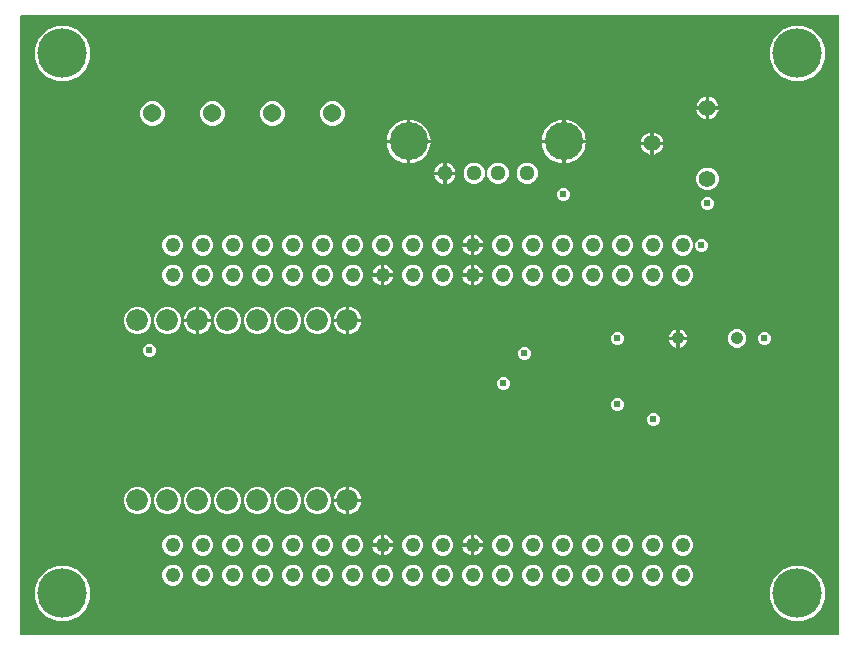
<source format=gbr>
G04 EAGLE Gerber RS-274X export*
G75*
%MOMM*%
%FSLAX34Y34*%
%LPD*%
%INCopper Layer 2*%
%IPPOS*%
%AMOC8*
5,1,8,0,0,1.08239X$1,22.5*%
G01*
%ADD10C,1.540000*%
%ADD11C,1.288000*%
%ADD12C,3.220000*%
%ADD13C,1.400000*%
%ADD14C,1.848000*%
%ADD15C,1.244600*%
%ADD16C,1.054800*%
%ADD17C,4.191000*%
%ADD18C,0.609600*%

G36*
X695018Y2544D02*
X695018Y2544D01*
X695037Y2542D01*
X695139Y2564D01*
X695241Y2580D01*
X695258Y2590D01*
X695278Y2594D01*
X695367Y2647D01*
X695458Y2696D01*
X695472Y2710D01*
X695489Y2720D01*
X695556Y2799D01*
X695628Y2874D01*
X695636Y2892D01*
X695649Y2907D01*
X695688Y3003D01*
X695731Y3097D01*
X695733Y3117D01*
X695741Y3135D01*
X695759Y3302D01*
X695759Y526798D01*
X695756Y526818D01*
X695758Y526837D01*
X695736Y526939D01*
X695720Y527041D01*
X695710Y527058D01*
X695706Y527078D01*
X695653Y527167D01*
X695604Y527258D01*
X695590Y527272D01*
X695580Y527289D01*
X695501Y527356D01*
X695426Y527428D01*
X695408Y527436D01*
X695393Y527449D01*
X695297Y527488D01*
X695203Y527531D01*
X695183Y527533D01*
X695165Y527541D01*
X694998Y527559D01*
X3302Y527559D01*
X3282Y527556D01*
X3263Y527558D01*
X3161Y527536D01*
X3059Y527520D01*
X3042Y527510D01*
X3022Y527506D01*
X2933Y527453D01*
X2842Y527404D01*
X2828Y527390D01*
X2811Y527380D01*
X2744Y527301D01*
X2672Y527226D01*
X2664Y527208D01*
X2651Y527193D01*
X2612Y527097D01*
X2569Y527003D01*
X2567Y526983D01*
X2559Y526965D01*
X2541Y526798D01*
X2541Y3302D01*
X2544Y3282D01*
X2542Y3263D01*
X2564Y3161D01*
X2580Y3059D01*
X2590Y3042D01*
X2594Y3022D01*
X2647Y2933D01*
X2696Y2842D01*
X2710Y2828D01*
X2720Y2811D01*
X2799Y2744D01*
X2874Y2672D01*
X2892Y2664D01*
X2907Y2651D01*
X3003Y2612D01*
X3097Y2569D01*
X3117Y2567D01*
X3135Y2559D01*
X3302Y2541D01*
X694998Y2541D01*
X695018Y2544D01*
G37*
%LPC*%
G36*
X655726Y471804D02*
X655726Y471804D01*
X647091Y475381D01*
X640481Y481991D01*
X636904Y490626D01*
X636904Y499974D01*
X640481Y508609D01*
X647091Y515219D01*
X655726Y518796D01*
X665074Y518796D01*
X673709Y515219D01*
X680319Y508609D01*
X683896Y499974D01*
X683896Y490626D01*
X680319Y481991D01*
X673709Y475381D01*
X665074Y471804D01*
X655726Y471804D01*
G37*
%LPD*%
%LPC*%
G36*
X33426Y471804D02*
X33426Y471804D01*
X24791Y475381D01*
X18181Y481991D01*
X14604Y490626D01*
X14604Y499974D01*
X18181Y508609D01*
X24791Y515219D01*
X33426Y518796D01*
X42774Y518796D01*
X51409Y515219D01*
X58019Y508609D01*
X61596Y499974D01*
X61596Y490626D01*
X58019Y481991D01*
X51409Y475381D01*
X42774Y471804D01*
X33426Y471804D01*
G37*
%LPD*%
%LPC*%
G36*
X655726Y14604D02*
X655726Y14604D01*
X647091Y18181D01*
X640481Y24791D01*
X636904Y33426D01*
X636904Y42774D01*
X640481Y51409D01*
X647091Y58019D01*
X655726Y61596D01*
X665074Y61596D01*
X673709Y58019D01*
X680319Y51409D01*
X683896Y42774D01*
X683896Y33426D01*
X680319Y24791D01*
X673709Y18181D01*
X665074Y14604D01*
X655726Y14604D01*
G37*
%LPD*%
%LPC*%
G36*
X33426Y14604D02*
X33426Y14604D01*
X24791Y18181D01*
X18181Y24791D01*
X14604Y33426D01*
X14604Y42774D01*
X18181Y51409D01*
X24791Y58019D01*
X33426Y61596D01*
X42774Y61596D01*
X51409Y58019D01*
X58019Y51409D01*
X61596Y42774D01*
X61596Y33426D01*
X58019Y24791D01*
X51409Y18181D01*
X42774Y14604D01*
X33426Y14604D01*
G37*
%LPD*%
%LPC*%
G36*
X226257Y257459D02*
X226257Y257459D01*
X221927Y259253D01*
X218613Y262567D01*
X216819Y266897D01*
X216819Y271583D01*
X218613Y275913D01*
X221927Y279227D01*
X226257Y281021D01*
X230943Y281021D01*
X235273Y279227D01*
X238587Y275913D01*
X240381Y271583D01*
X240381Y266897D01*
X238587Y262567D01*
X235273Y259253D01*
X230943Y257459D01*
X226257Y257459D01*
G37*
%LPD*%
%LPC*%
G36*
X175457Y257459D02*
X175457Y257459D01*
X171127Y259253D01*
X167813Y262567D01*
X166019Y266897D01*
X166019Y271583D01*
X167813Y275913D01*
X171127Y279227D01*
X175457Y281021D01*
X180143Y281021D01*
X184473Y279227D01*
X187787Y275913D01*
X189581Y271583D01*
X189581Y266897D01*
X187787Y262567D01*
X184473Y259253D01*
X180143Y257459D01*
X175457Y257459D01*
G37*
%LPD*%
%LPC*%
G36*
X99257Y105059D02*
X99257Y105059D01*
X94927Y106853D01*
X91613Y110167D01*
X89819Y114497D01*
X89819Y119183D01*
X91613Y123513D01*
X94927Y126827D01*
X99257Y128621D01*
X103943Y128621D01*
X108273Y126827D01*
X111587Y123513D01*
X113381Y119183D01*
X113381Y114497D01*
X111587Y110167D01*
X108273Y106853D01*
X103943Y105059D01*
X99257Y105059D01*
G37*
%LPD*%
%LPC*%
G36*
X124657Y105059D02*
X124657Y105059D01*
X120327Y106853D01*
X117013Y110167D01*
X115219Y114497D01*
X115219Y119183D01*
X117013Y123513D01*
X120327Y126827D01*
X124657Y128621D01*
X129343Y128621D01*
X133673Y126827D01*
X136987Y123513D01*
X138781Y119183D01*
X138781Y114497D01*
X136987Y110167D01*
X133673Y106853D01*
X129343Y105059D01*
X124657Y105059D01*
G37*
%LPD*%
%LPC*%
G36*
X150057Y105059D02*
X150057Y105059D01*
X145727Y106853D01*
X142413Y110167D01*
X140619Y114497D01*
X140619Y119183D01*
X142413Y123513D01*
X145727Y126827D01*
X150057Y128621D01*
X154743Y128621D01*
X159073Y126827D01*
X162387Y123513D01*
X164181Y119183D01*
X164181Y114497D01*
X162387Y110167D01*
X159073Y106853D01*
X154743Y105059D01*
X150057Y105059D01*
G37*
%LPD*%
%LPC*%
G36*
X175457Y105059D02*
X175457Y105059D01*
X171127Y106853D01*
X167813Y110167D01*
X166019Y114497D01*
X166019Y119183D01*
X167813Y123513D01*
X171127Y126827D01*
X175457Y128621D01*
X180143Y128621D01*
X184473Y126827D01*
X187787Y123513D01*
X189581Y119183D01*
X189581Y114497D01*
X187787Y110167D01*
X184473Y106853D01*
X180143Y105059D01*
X175457Y105059D01*
G37*
%LPD*%
%LPC*%
G36*
X200857Y105059D02*
X200857Y105059D01*
X196527Y106853D01*
X193213Y110167D01*
X191419Y114497D01*
X191419Y119183D01*
X193213Y123513D01*
X196527Y126827D01*
X200857Y128621D01*
X205543Y128621D01*
X209873Y126827D01*
X213187Y123513D01*
X214981Y119183D01*
X214981Y114497D01*
X213187Y110167D01*
X209873Y106853D01*
X205543Y105059D01*
X200857Y105059D01*
G37*
%LPD*%
%LPC*%
G36*
X226257Y105059D02*
X226257Y105059D01*
X221927Y106853D01*
X218613Y110167D01*
X216819Y114497D01*
X216819Y119183D01*
X218613Y123513D01*
X221927Y126827D01*
X226257Y128621D01*
X230943Y128621D01*
X235273Y126827D01*
X238587Y123513D01*
X240381Y119183D01*
X240381Y114497D01*
X238587Y110167D01*
X235273Y106853D01*
X230943Y105059D01*
X226257Y105059D01*
G37*
%LPD*%
%LPC*%
G36*
X251657Y105059D02*
X251657Y105059D01*
X247327Y106853D01*
X244013Y110167D01*
X242219Y114497D01*
X242219Y119183D01*
X244013Y123513D01*
X247327Y126827D01*
X251657Y128621D01*
X256343Y128621D01*
X260673Y126827D01*
X263987Y123513D01*
X265781Y119183D01*
X265781Y114497D01*
X263987Y110167D01*
X260673Y106853D01*
X256343Y105059D01*
X251657Y105059D01*
G37*
%LPD*%
%LPC*%
G36*
X99257Y257459D02*
X99257Y257459D01*
X94927Y259253D01*
X91613Y262567D01*
X89819Y266897D01*
X89819Y271583D01*
X91613Y275913D01*
X94927Y279227D01*
X99257Y281021D01*
X103943Y281021D01*
X108273Y279227D01*
X111587Y275913D01*
X113381Y271583D01*
X113381Y266897D01*
X111587Y262567D01*
X108273Y259253D01*
X103943Y257459D01*
X99257Y257459D01*
G37*
%LPD*%
%LPC*%
G36*
X124657Y257459D02*
X124657Y257459D01*
X120327Y259253D01*
X117013Y262567D01*
X115219Y266897D01*
X115219Y271583D01*
X117013Y275913D01*
X120327Y279227D01*
X124657Y281021D01*
X129343Y281021D01*
X133673Y279227D01*
X136987Y275913D01*
X138781Y271583D01*
X138781Y266897D01*
X136987Y262567D01*
X133673Y259253D01*
X129343Y257459D01*
X124657Y257459D01*
G37*
%LPD*%
%LPC*%
G36*
X251657Y257459D02*
X251657Y257459D01*
X247327Y259253D01*
X244013Y262567D01*
X242219Y266897D01*
X242219Y271583D01*
X244013Y275913D01*
X247327Y279227D01*
X251657Y281021D01*
X256343Y281021D01*
X260673Y279227D01*
X263987Y275913D01*
X265781Y271583D01*
X265781Y266897D01*
X263987Y262567D01*
X260673Y259253D01*
X256343Y257459D01*
X251657Y257459D01*
G37*
%LPD*%
%LPC*%
G36*
X200857Y257459D02*
X200857Y257459D01*
X196527Y259253D01*
X193213Y262567D01*
X191419Y266897D01*
X191419Y271583D01*
X193213Y275913D01*
X196527Y279227D01*
X200857Y281021D01*
X205543Y281021D01*
X209873Y279227D01*
X213187Y275913D01*
X214981Y271583D01*
X214981Y266897D01*
X213187Y262567D01*
X209873Y259253D01*
X205543Y257459D01*
X200857Y257459D01*
G37*
%LPD*%
%LPC*%
G36*
X213863Y434259D02*
X213863Y434259D01*
X210099Y435818D01*
X207218Y438699D01*
X205659Y442463D01*
X205659Y446537D01*
X207218Y450301D01*
X210099Y453182D01*
X213863Y454741D01*
X217937Y454741D01*
X221701Y453182D01*
X224582Y450301D01*
X226141Y446537D01*
X226141Y442463D01*
X224582Y438699D01*
X221701Y435818D01*
X217937Y434259D01*
X213863Y434259D01*
G37*
%LPD*%
%LPC*%
G36*
X112263Y434259D02*
X112263Y434259D01*
X108499Y435818D01*
X105618Y438699D01*
X104059Y442463D01*
X104059Y446537D01*
X105618Y450301D01*
X108499Y453182D01*
X112263Y454741D01*
X116337Y454741D01*
X120101Y453182D01*
X122982Y450301D01*
X124541Y446537D01*
X124541Y442463D01*
X122982Y438699D01*
X120101Y435818D01*
X116337Y434259D01*
X112263Y434259D01*
G37*
%LPD*%
%LPC*%
G36*
X163063Y434259D02*
X163063Y434259D01*
X159299Y435818D01*
X156418Y438699D01*
X154859Y442463D01*
X154859Y446537D01*
X156418Y450301D01*
X159299Y453182D01*
X163063Y454741D01*
X167137Y454741D01*
X170901Y453182D01*
X173782Y450301D01*
X175341Y446537D01*
X175341Y442463D01*
X173782Y438699D01*
X170901Y435818D01*
X167137Y434259D01*
X163063Y434259D01*
G37*
%LPD*%
%LPC*%
G36*
X264663Y434259D02*
X264663Y434259D01*
X260899Y435818D01*
X258018Y438699D01*
X256459Y442463D01*
X256459Y446537D01*
X258018Y450301D01*
X260899Y453182D01*
X264663Y454741D01*
X268737Y454741D01*
X272501Y453182D01*
X275382Y450301D01*
X276941Y446537D01*
X276941Y442463D01*
X275382Y438699D01*
X272501Y435818D01*
X268737Y434259D01*
X264663Y434259D01*
G37*
%LPD*%
%LPC*%
G36*
X582302Y379559D02*
X582302Y379559D01*
X578796Y381012D01*
X576112Y383696D01*
X574659Y387202D01*
X574659Y390998D01*
X576112Y394504D01*
X578796Y397188D01*
X582302Y398641D01*
X586098Y398641D01*
X589604Y397188D01*
X592288Y394504D01*
X593741Y390998D01*
X593741Y387202D01*
X592288Y383696D01*
X589604Y381012D01*
X586098Y379559D01*
X582302Y379559D01*
G37*
%LPD*%
%LPC*%
G36*
X385014Y384719D02*
X385014Y384719D01*
X381713Y386087D01*
X379187Y388613D01*
X377819Y391914D01*
X377819Y395486D01*
X379187Y398787D01*
X381713Y401313D01*
X385014Y402681D01*
X388586Y402681D01*
X391887Y401313D01*
X394413Y398787D01*
X395781Y395486D01*
X395781Y391914D01*
X394413Y388613D01*
X391887Y386087D01*
X388586Y384719D01*
X385014Y384719D01*
G37*
%LPD*%
%LPC*%
G36*
X405014Y384719D02*
X405014Y384719D01*
X401713Y386087D01*
X399187Y388613D01*
X397819Y391914D01*
X397819Y395486D01*
X399187Y398787D01*
X401713Y401313D01*
X405014Y402681D01*
X408586Y402681D01*
X411887Y401313D01*
X414413Y398787D01*
X415781Y395486D01*
X415781Y391914D01*
X414413Y388613D01*
X411887Y386087D01*
X408586Y384719D01*
X405014Y384719D01*
G37*
%LPD*%
%LPC*%
G36*
X430014Y384719D02*
X430014Y384719D01*
X426713Y386087D01*
X424187Y388613D01*
X422819Y391914D01*
X422819Y395486D01*
X424187Y398787D01*
X426713Y401313D01*
X430014Y402681D01*
X433586Y402681D01*
X436887Y401313D01*
X439413Y398787D01*
X440781Y395486D01*
X440781Y391914D01*
X439413Y388613D01*
X436887Y386087D01*
X433586Y384719D01*
X430014Y384719D01*
G37*
%LPD*%
%LPC*%
G36*
X256657Y44836D02*
X256657Y44836D01*
X253436Y46170D01*
X250970Y48636D01*
X249636Y51857D01*
X249636Y55343D01*
X250970Y58564D01*
X253436Y61030D01*
X256657Y62364D01*
X260143Y62364D01*
X263364Y61030D01*
X265830Y58564D01*
X267164Y55343D01*
X267164Y51857D01*
X265830Y48636D01*
X263364Y46170D01*
X260143Y44836D01*
X256657Y44836D01*
G37*
%LPD*%
%LPC*%
G36*
X231257Y44836D02*
X231257Y44836D01*
X228036Y46170D01*
X225570Y48636D01*
X224236Y51857D01*
X224236Y55343D01*
X225570Y58564D01*
X228036Y61030D01*
X231257Y62364D01*
X234743Y62364D01*
X237964Y61030D01*
X240430Y58564D01*
X241764Y55343D01*
X241764Y51857D01*
X240430Y48636D01*
X237964Y46170D01*
X234743Y44836D01*
X231257Y44836D01*
G37*
%LPD*%
%LPC*%
G36*
X205857Y44836D02*
X205857Y44836D01*
X202636Y46170D01*
X200170Y48636D01*
X198836Y51857D01*
X198836Y55343D01*
X200170Y58564D01*
X202636Y61030D01*
X205857Y62364D01*
X209343Y62364D01*
X212564Y61030D01*
X215030Y58564D01*
X216364Y55343D01*
X216364Y51857D01*
X215030Y48636D01*
X212564Y46170D01*
X209343Y44836D01*
X205857Y44836D01*
G37*
%LPD*%
%LPC*%
G36*
X180457Y44836D02*
X180457Y44836D01*
X177236Y46170D01*
X174770Y48636D01*
X173436Y51857D01*
X173436Y55343D01*
X174770Y58564D01*
X177236Y61030D01*
X180457Y62364D01*
X183943Y62364D01*
X187164Y61030D01*
X189630Y58564D01*
X190964Y55343D01*
X190964Y51857D01*
X189630Y48636D01*
X187164Y46170D01*
X183943Y44836D01*
X180457Y44836D01*
G37*
%LPD*%
%LPC*%
G36*
X282057Y44836D02*
X282057Y44836D01*
X278836Y46170D01*
X276370Y48636D01*
X275036Y51857D01*
X275036Y55343D01*
X276370Y58564D01*
X278836Y61030D01*
X282057Y62364D01*
X285543Y62364D01*
X288764Y61030D01*
X291230Y58564D01*
X292564Y55343D01*
X292564Y51857D01*
X291230Y48636D01*
X288764Y46170D01*
X285543Y44836D01*
X282057Y44836D01*
G37*
%LPD*%
%LPC*%
G36*
X307457Y44836D02*
X307457Y44836D01*
X304236Y46170D01*
X301770Y48636D01*
X300436Y51857D01*
X300436Y55343D01*
X301770Y58564D01*
X304236Y61030D01*
X307457Y62364D01*
X310943Y62364D01*
X314164Y61030D01*
X316630Y58564D01*
X317964Y55343D01*
X317964Y51857D01*
X316630Y48636D01*
X314164Y46170D01*
X310943Y44836D01*
X307457Y44836D01*
G37*
%LPD*%
%LPC*%
G36*
X561457Y70236D02*
X561457Y70236D01*
X558236Y71570D01*
X555770Y74036D01*
X554436Y77257D01*
X554436Y80743D01*
X555770Y83964D01*
X558236Y86430D01*
X561457Y87764D01*
X564943Y87764D01*
X568164Y86430D01*
X570630Y83964D01*
X571964Y80743D01*
X571964Y77257D01*
X570630Y74036D01*
X568164Y71570D01*
X564943Y70236D01*
X561457Y70236D01*
G37*
%LPD*%
%LPC*%
G36*
X332857Y44836D02*
X332857Y44836D01*
X329636Y46170D01*
X327170Y48636D01*
X325836Y51857D01*
X325836Y55343D01*
X327170Y58564D01*
X329636Y61030D01*
X332857Y62364D01*
X336343Y62364D01*
X339564Y61030D01*
X342030Y58564D01*
X343364Y55343D01*
X343364Y51857D01*
X342030Y48636D01*
X339564Y46170D01*
X336343Y44836D01*
X332857Y44836D01*
G37*
%LPD*%
%LPC*%
G36*
X358257Y44836D02*
X358257Y44836D01*
X355036Y46170D01*
X352570Y48636D01*
X351236Y51857D01*
X351236Y55343D01*
X352570Y58564D01*
X355036Y61030D01*
X358257Y62364D01*
X361743Y62364D01*
X364964Y61030D01*
X367430Y58564D01*
X368764Y55343D01*
X368764Y51857D01*
X367430Y48636D01*
X364964Y46170D01*
X361743Y44836D01*
X358257Y44836D01*
G37*
%LPD*%
%LPC*%
G36*
X383657Y44836D02*
X383657Y44836D01*
X380436Y46170D01*
X377970Y48636D01*
X376636Y51857D01*
X376636Y55343D01*
X377970Y58564D01*
X380436Y61030D01*
X383657Y62364D01*
X387143Y62364D01*
X390364Y61030D01*
X392830Y58564D01*
X394164Y55343D01*
X394164Y51857D01*
X392830Y48636D01*
X390364Y46170D01*
X387143Y44836D01*
X383657Y44836D01*
G37*
%LPD*%
%LPC*%
G36*
X536057Y70236D02*
X536057Y70236D01*
X532836Y71570D01*
X530370Y74036D01*
X529036Y77257D01*
X529036Y80743D01*
X530370Y83964D01*
X532836Y86430D01*
X536057Y87764D01*
X539543Y87764D01*
X542764Y86430D01*
X545230Y83964D01*
X546564Y80743D01*
X546564Y77257D01*
X545230Y74036D01*
X542764Y71570D01*
X539543Y70236D01*
X536057Y70236D01*
G37*
%LPD*%
%LPC*%
G36*
X510657Y70236D02*
X510657Y70236D01*
X507436Y71570D01*
X504970Y74036D01*
X503636Y77257D01*
X503636Y80743D01*
X504970Y83964D01*
X507436Y86430D01*
X510657Y87764D01*
X514143Y87764D01*
X517364Y86430D01*
X519830Y83964D01*
X521164Y80743D01*
X521164Y77257D01*
X519830Y74036D01*
X517364Y71570D01*
X514143Y70236D01*
X510657Y70236D01*
G37*
%LPD*%
%LPC*%
G36*
X536057Y324236D02*
X536057Y324236D01*
X532836Y325570D01*
X530370Y328036D01*
X529036Y331257D01*
X529036Y334743D01*
X530370Y337964D01*
X532836Y340430D01*
X536057Y341764D01*
X539543Y341764D01*
X542764Y340430D01*
X545230Y337964D01*
X546564Y334743D01*
X546564Y331257D01*
X545230Y328036D01*
X542764Y325570D01*
X539543Y324236D01*
X536057Y324236D01*
G37*
%LPD*%
%LPC*%
G36*
X510657Y324236D02*
X510657Y324236D01*
X507436Y325570D01*
X504970Y328036D01*
X503636Y331257D01*
X503636Y334743D01*
X504970Y337964D01*
X507436Y340430D01*
X510657Y341764D01*
X514143Y341764D01*
X517364Y340430D01*
X519830Y337964D01*
X521164Y334743D01*
X521164Y331257D01*
X519830Y328036D01*
X517364Y325570D01*
X514143Y324236D01*
X510657Y324236D01*
G37*
%LPD*%
%LPC*%
G36*
X561457Y324236D02*
X561457Y324236D01*
X558236Y325570D01*
X555770Y328036D01*
X554436Y331257D01*
X554436Y334743D01*
X555770Y337964D01*
X558236Y340430D01*
X561457Y341764D01*
X564943Y341764D01*
X568164Y340430D01*
X570630Y337964D01*
X571964Y334743D01*
X571964Y331257D01*
X570630Y328036D01*
X568164Y325570D01*
X564943Y324236D01*
X561457Y324236D01*
G37*
%LPD*%
%LPC*%
G36*
X485257Y324236D02*
X485257Y324236D01*
X482036Y325570D01*
X479570Y328036D01*
X478236Y331257D01*
X478236Y334743D01*
X479570Y337964D01*
X482036Y340430D01*
X485257Y341764D01*
X488743Y341764D01*
X491964Y340430D01*
X494430Y337964D01*
X495764Y334743D01*
X495764Y331257D01*
X494430Y328036D01*
X491964Y325570D01*
X488743Y324236D01*
X485257Y324236D01*
G37*
%LPD*%
%LPC*%
G36*
X459857Y324236D02*
X459857Y324236D01*
X456636Y325570D01*
X454170Y328036D01*
X452836Y331257D01*
X452836Y334743D01*
X454170Y337964D01*
X456636Y340430D01*
X459857Y341764D01*
X463343Y341764D01*
X466564Y340430D01*
X469030Y337964D01*
X470364Y334743D01*
X470364Y331257D01*
X469030Y328036D01*
X466564Y325570D01*
X463343Y324236D01*
X459857Y324236D01*
G37*
%LPD*%
%LPC*%
G36*
X434457Y324236D02*
X434457Y324236D01*
X431236Y325570D01*
X428770Y328036D01*
X427436Y331257D01*
X427436Y334743D01*
X428770Y337964D01*
X431236Y340430D01*
X434457Y341764D01*
X437943Y341764D01*
X441164Y340430D01*
X443630Y337964D01*
X444964Y334743D01*
X444964Y331257D01*
X443630Y328036D01*
X441164Y325570D01*
X437943Y324236D01*
X434457Y324236D01*
G37*
%LPD*%
%LPC*%
G36*
X409057Y324236D02*
X409057Y324236D01*
X405836Y325570D01*
X403370Y328036D01*
X402036Y331257D01*
X402036Y334743D01*
X403370Y337964D01*
X405836Y340430D01*
X409057Y341764D01*
X412543Y341764D01*
X415764Y340430D01*
X418230Y337964D01*
X419564Y334743D01*
X419564Y331257D01*
X418230Y328036D01*
X415764Y325570D01*
X412543Y324236D01*
X409057Y324236D01*
G37*
%LPD*%
%LPC*%
G36*
X358257Y324236D02*
X358257Y324236D01*
X355036Y325570D01*
X352570Y328036D01*
X351236Y331257D01*
X351236Y334743D01*
X352570Y337964D01*
X355036Y340430D01*
X358257Y341764D01*
X361743Y341764D01*
X364964Y340430D01*
X367430Y337964D01*
X368764Y334743D01*
X368764Y331257D01*
X367430Y328036D01*
X364964Y325570D01*
X361743Y324236D01*
X358257Y324236D01*
G37*
%LPD*%
%LPC*%
G36*
X332857Y324236D02*
X332857Y324236D01*
X329636Y325570D01*
X327170Y328036D01*
X325836Y331257D01*
X325836Y334743D01*
X327170Y337964D01*
X329636Y340430D01*
X332857Y341764D01*
X336343Y341764D01*
X339564Y340430D01*
X342030Y337964D01*
X343364Y334743D01*
X343364Y331257D01*
X342030Y328036D01*
X339564Y325570D01*
X336343Y324236D01*
X332857Y324236D01*
G37*
%LPD*%
%LPC*%
G36*
X307457Y324236D02*
X307457Y324236D01*
X304236Y325570D01*
X301770Y328036D01*
X300436Y331257D01*
X300436Y334743D01*
X301770Y337964D01*
X304236Y340430D01*
X307457Y341764D01*
X310943Y341764D01*
X314164Y340430D01*
X316630Y337964D01*
X317964Y334743D01*
X317964Y331257D01*
X316630Y328036D01*
X314164Y325570D01*
X310943Y324236D01*
X307457Y324236D01*
G37*
%LPD*%
%LPC*%
G36*
X282057Y324236D02*
X282057Y324236D01*
X278836Y325570D01*
X276370Y328036D01*
X275036Y331257D01*
X275036Y334743D01*
X276370Y337964D01*
X278836Y340430D01*
X282057Y341764D01*
X285543Y341764D01*
X288764Y340430D01*
X291230Y337964D01*
X292564Y334743D01*
X292564Y331257D01*
X291230Y328036D01*
X288764Y325570D01*
X285543Y324236D01*
X282057Y324236D01*
G37*
%LPD*%
%LPC*%
G36*
X256657Y324236D02*
X256657Y324236D01*
X253436Y325570D01*
X250970Y328036D01*
X249636Y331257D01*
X249636Y334743D01*
X250970Y337964D01*
X253436Y340430D01*
X256657Y341764D01*
X260143Y341764D01*
X263364Y340430D01*
X265830Y337964D01*
X267164Y334743D01*
X267164Y331257D01*
X265830Y328036D01*
X263364Y325570D01*
X260143Y324236D01*
X256657Y324236D01*
G37*
%LPD*%
%LPC*%
G36*
X231257Y324236D02*
X231257Y324236D01*
X228036Y325570D01*
X225570Y328036D01*
X224236Y331257D01*
X224236Y334743D01*
X225570Y337964D01*
X228036Y340430D01*
X231257Y341764D01*
X234743Y341764D01*
X237964Y340430D01*
X240430Y337964D01*
X241764Y334743D01*
X241764Y331257D01*
X240430Y328036D01*
X237964Y325570D01*
X234743Y324236D01*
X231257Y324236D01*
G37*
%LPD*%
%LPC*%
G36*
X205857Y324236D02*
X205857Y324236D01*
X202636Y325570D01*
X200170Y328036D01*
X198836Y331257D01*
X198836Y334743D01*
X200170Y337964D01*
X202636Y340430D01*
X205857Y341764D01*
X209343Y341764D01*
X212564Y340430D01*
X215030Y337964D01*
X216364Y334743D01*
X216364Y331257D01*
X215030Y328036D01*
X212564Y325570D01*
X209343Y324236D01*
X205857Y324236D01*
G37*
%LPD*%
%LPC*%
G36*
X180457Y324236D02*
X180457Y324236D01*
X177236Y325570D01*
X174770Y328036D01*
X173436Y331257D01*
X173436Y334743D01*
X174770Y337964D01*
X177236Y340430D01*
X180457Y341764D01*
X183943Y341764D01*
X187164Y340430D01*
X189630Y337964D01*
X190964Y334743D01*
X190964Y331257D01*
X189630Y328036D01*
X187164Y325570D01*
X183943Y324236D01*
X180457Y324236D01*
G37*
%LPD*%
%LPC*%
G36*
X155057Y324236D02*
X155057Y324236D01*
X151836Y325570D01*
X149370Y328036D01*
X148036Y331257D01*
X148036Y334743D01*
X149370Y337964D01*
X151836Y340430D01*
X155057Y341764D01*
X158543Y341764D01*
X161764Y340430D01*
X164230Y337964D01*
X165564Y334743D01*
X165564Y331257D01*
X164230Y328036D01*
X161764Y325570D01*
X158543Y324236D01*
X155057Y324236D01*
G37*
%LPD*%
%LPC*%
G36*
X129657Y324236D02*
X129657Y324236D01*
X126436Y325570D01*
X123970Y328036D01*
X122636Y331257D01*
X122636Y334743D01*
X123970Y337964D01*
X126436Y340430D01*
X129657Y341764D01*
X133143Y341764D01*
X136364Y340430D01*
X138830Y337964D01*
X140164Y334743D01*
X140164Y331257D01*
X138830Y328036D01*
X136364Y325570D01*
X133143Y324236D01*
X129657Y324236D01*
G37*
%LPD*%
%LPC*%
G36*
X409057Y44836D02*
X409057Y44836D01*
X405836Y46170D01*
X403370Y48636D01*
X402036Y51857D01*
X402036Y55343D01*
X403370Y58564D01*
X405836Y61030D01*
X409057Y62364D01*
X412543Y62364D01*
X415764Y61030D01*
X418230Y58564D01*
X419564Y55343D01*
X419564Y51857D01*
X418230Y48636D01*
X415764Y46170D01*
X412543Y44836D01*
X409057Y44836D01*
G37*
%LPD*%
%LPC*%
G36*
X434457Y44836D02*
X434457Y44836D01*
X431236Y46170D01*
X428770Y48636D01*
X427436Y51857D01*
X427436Y55343D01*
X428770Y58564D01*
X431236Y61030D01*
X434457Y62364D01*
X437943Y62364D01*
X441164Y61030D01*
X443630Y58564D01*
X444964Y55343D01*
X444964Y51857D01*
X443630Y48636D01*
X441164Y46170D01*
X437943Y44836D01*
X434457Y44836D01*
G37*
%LPD*%
%LPC*%
G36*
X485257Y70236D02*
X485257Y70236D01*
X482036Y71570D01*
X479570Y74036D01*
X478236Y77257D01*
X478236Y80743D01*
X479570Y83964D01*
X482036Y86430D01*
X485257Y87764D01*
X488743Y87764D01*
X491964Y86430D01*
X494430Y83964D01*
X495764Y80743D01*
X495764Y77257D01*
X494430Y74036D01*
X491964Y71570D01*
X488743Y70236D01*
X485257Y70236D01*
G37*
%LPD*%
%LPC*%
G36*
X459857Y44836D02*
X459857Y44836D01*
X456636Y46170D01*
X454170Y48636D01*
X452836Y51857D01*
X452836Y55343D01*
X454170Y58564D01*
X456636Y61030D01*
X459857Y62364D01*
X463343Y62364D01*
X466564Y61030D01*
X469030Y58564D01*
X470364Y55343D01*
X470364Y51857D01*
X469030Y48636D01*
X466564Y46170D01*
X463343Y44836D01*
X459857Y44836D01*
G37*
%LPD*%
%LPC*%
G36*
X485257Y44836D02*
X485257Y44836D01*
X482036Y46170D01*
X479570Y48636D01*
X478236Y51857D01*
X478236Y55343D01*
X479570Y58564D01*
X482036Y61030D01*
X485257Y62364D01*
X488743Y62364D01*
X491964Y61030D01*
X494430Y58564D01*
X495764Y55343D01*
X495764Y51857D01*
X494430Y48636D01*
X491964Y46170D01*
X488743Y44836D01*
X485257Y44836D01*
G37*
%LPD*%
%LPC*%
G36*
X510657Y44836D02*
X510657Y44836D01*
X507436Y46170D01*
X504970Y48636D01*
X503636Y51857D01*
X503636Y55343D01*
X504970Y58564D01*
X507436Y61030D01*
X510657Y62364D01*
X514143Y62364D01*
X517364Y61030D01*
X519830Y58564D01*
X521164Y55343D01*
X521164Y51857D01*
X519830Y48636D01*
X517364Y46170D01*
X514143Y44836D01*
X510657Y44836D01*
G37*
%LPD*%
%LPC*%
G36*
X561457Y298836D02*
X561457Y298836D01*
X558236Y300170D01*
X555770Y302636D01*
X554436Y305857D01*
X554436Y309343D01*
X555770Y312564D01*
X558236Y315030D01*
X561457Y316364D01*
X564943Y316364D01*
X568164Y315030D01*
X570630Y312564D01*
X571964Y309343D01*
X571964Y305857D01*
X570630Y302636D01*
X568164Y300170D01*
X564943Y298836D01*
X561457Y298836D01*
G37*
%LPD*%
%LPC*%
G36*
X536057Y298836D02*
X536057Y298836D01*
X532836Y300170D01*
X530370Y302636D01*
X529036Y305857D01*
X529036Y309343D01*
X530370Y312564D01*
X532836Y315030D01*
X536057Y316364D01*
X539543Y316364D01*
X542764Y315030D01*
X545230Y312564D01*
X546564Y309343D01*
X546564Y305857D01*
X545230Y302636D01*
X542764Y300170D01*
X539543Y298836D01*
X536057Y298836D01*
G37*
%LPD*%
%LPC*%
G36*
X510657Y298836D02*
X510657Y298836D01*
X507436Y300170D01*
X504970Y302636D01*
X503636Y305857D01*
X503636Y309343D01*
X504970Y312564D01*
X507436Y315030D01*
X510657Y316364D01*
X514143Y316364D01*
X517364Y315030D01*
X519830Y312564D01*
X521164Y309343D01*
X521164Y305857D01*
X519830Y302636D01*
X517364Y300170D01*
X514143Y298836D01*
X510657Y298836D01*
G37*
%LPD*%
%LPC*%
G36*
X485257Y298836D02*
X485257Y298836D01*
X482036Y300170D01*
X479570Y302636D01*
X478236Y305857D01*
X478236Y309343D01*
X479570Y312564D01*
X482036Y315030D01*
X485257Y316364D01*
X488743Y316364D01*
X491964Y315030D01*
X494430Y312564D01*
X495764Y309343D01*
X495764Y305857D01*
X494430Y302636D01*
X491964Y300170D01*
X488743Y298836D01*
X485257Y298836D01*
G37*
%LPD*%
%LPC*%
G36*
X459857Y298836D02*
X459857Y298836D01*
X456636Y300170D01*
X454170Y302636D01*
X452836Y305857D01*
X452836Y309343D01*
X454170Y312564D01*
X456636Y315030D01*
X459857Y316364D01*
X463343Y316364D01*
X466564Y315030D01*
X469030Y312564D01*
X470364Y309343D01*
X470364Y305857D01*
X469030Y302636D01*
X466564Y300170D01*
X463343Y298836D01*
X459857Y298836D01*
G37*
%LPD*%
%LPC*%
G36*
X434457Y298836D02*
X434457Y298836D01*
X431236Y300170D01*
X428770Y302636D01*
X427436Y305857D01*
X427436Y309343D01*
X428770Y312564D01*
X431236Y315030D01*
X434457Y316364D01*
X437943Y316364D01*
X441164Y315030D01*
X443630Y312564D01*
X444964Y309343D01*
X444964Y305857D01*
X443630Y302636D01*
X441164Y300170D01*
X437943Y298836D01*
X434457Y298836D01*
G37*
%LPD*%
%LPC*%
G36*
X409057Y298836D02*
X409057Y298836D01*
X405836Y300170D01*
X403370Y302636D01*
X402036Y305857D01*
X402036Y309343D01*
X403370Y312564D01*
X405836Y315030D01*
X409057Y316364D01*
X412543Y316364D01*
X415764Y315030D01*
X418230Y312564D01*
X419564Y309343D01*
X419564Y305857D01*
X418230Y302636D01*
X415764Y300170D01*
X412543Y298836D01*
X409057Y298836D01*
G37*
%LPD*%
%LPC*%
G36*
X358257Y298836D02*
X358257Y298836D01*
X355036Y300170D01*
X352570Y302636D01*
X351236Y305857D01*
X351236Y309343D01*
X352570Y312564D01*
X355036Y315030D01*
X358257Y316364D01*
X361743Y316364D01*
X364964Y315030D01*
X367430Y312564D01*
X368764Y309343D01*
X368764Y305857D01*
X367430Y302636D01*
X364964Y300170D01*
X361743Y298836D01*
X358257Y298836D01*
G37*
%LPD*%
%LPC*%
G36*
X332857Y298836D02*
X332857Y298836D01*
X329636Y300170D01*
X327170Y302636D01*
X325836Y305857D01*
X325836Y309343D01*
X327170Y312564D01*
X329636Y315030D01*
X332857Y316364D01*
X336343Y316364D01*
X339564Y315030D01*
X342030Y312564D01*
X343364Y309343D01*
X343364Y305857D01*
X342030Y302636D01*
X339564Y300170D01*
X336343Y298836D01*
X332857Y298836D01*
G37*
%LPD*%
%LPC*%
G36*
X282057Y298836D02*
X282057Y298836D01*
X278836Y300170D01*
X276370Y302636D01*
X275036Y305857D01*
X275036Y309343D01*
X276370Y312564D01*
X278836Y315030D01*
X282057Y316364D01*
X285543Y316364D01*
X288764Y315030D01*
X291230Y312564D01*
X292564Y309343D01*
X292564Y305857D01*
X291230Y302636D01*
X288764Y300170D01*
X285543Y298836D01*
X282057Y298836D01*
G37*
%LPD*%
%LPC*%
G36*
X256657Y298836D02*
X256657Y298836D01*
X253436Y300170D01*
X250970Y302636D01*
X249636Y305857D01*
X249636Y309343D01*
X250970Y312564D01*
X253436Y315030D01*
X256657Y316364D01*
X260143Y316364D01*
X263364Y315030D01*
X265830Y312564D01*
X267164Y309343D01*
X267164Y305857D01*
X265830Y302636D01*
X263364Y300170D01*
X260143Y298836D01*
X256657Y298836D01*
G37*
%LPD*%
%LPC*%
G36*
X231257Y298836D02*
X231257Y298836D01*
X228036Y300170D01*
X225570Y302636D01*
X224236Y305857D01*
X224236Y309343D01*
X225570Y312564D01*
X228036Y315030D01*
X231257Y316364D01*
X234743Y316364D01*
X237964Y315030D01*
X240430Y312564D01*
X241764Y309343D01*
X241764Y305857D01*
X240430Y302636D01*
X237964Y300170D01*
X234743Y298836D01*
X231257Y298836D01*
G37*
%LPD*%
%LPC*%
G36*
X205857Y298836D02*
X205857Y298836D01*
X202636Y300170D01*
X200170Y302636D01*
X198836Y305857D01*
X198836Y309343D01*
X200170Y312564D01*
X202636Y315030D01*
X205857Y316364D01*
X209343Y316364D01*
X212564Y315030D01*
X215030Y312564D01*
X216364Y309343D01*
X216364Y305857D01*
X215030Y302636D01*
X212564Y300170D01*
X209343Y298836D01*
X205857Y298836D01*
G37*
%LPD*%
%LPC*%
G36*
X180457Y298836D02*
X180457Y298836D01*
X177236Y300170D01*
X174770Y302636D01*
X173436Y305857D01*
X173436Y309343D01*
X174770Y312564D01*
X177236Y315030D01*
X180457Y316364D01*
X183943Y316364D01*
X187164Y315030D01*
X189630Y312564D01*
X190964Y309343D01*
X190964Y305857D01*
X189630Y302636D01*
X187164Y300170D01*
X183943Y298836D01*
X180457Y298836D01*
G37*
%LPD*%
%LPC*%
G36*
X155057Y298836D02*
X155057Y298836D01*
X151836Y300170D01*
X149370Y302636D01*
X148036Y305857D01*
X148036Y309343D01*
X149370Y312564D01*
X151836Y315030D01*
X155057Y316364D01*
X158543Y316364D01*
X161764Y315030D01*
X164230Y312564D01*
X165564Y309343D01*
X165564Y305857D01*
X164230Y302636D01*
X161764Y300170D01*
X158543Y298836D01*
X155057Y298836D01*
G37*
%LPD*%
%LPC*%
G36*
X129657Y298836D02*
X129657Y298836D01*
X126436Y300170D01*
X123970Y302636D01*
X122636Y305857D01*
X122636Y309343D01*
X123970Y312564D01*
X126436Y315030D01*
X129657Y316364D01*
X133143Y316364D01*
X136364Y315030D01*
X138830Y312564D01*
X140164Y309343D01*
X140164Y305857D01*
X138830Y302636D01*
X136364Y300170D01*
X133143Y298836D01*
X129657Y298836D01*
G37*
%LPD*%
%LPC*%
G36*
X536057Y44836D02*
X536057Y44836D01*
X532836Y46170D01*
X530370Y48636D01*
X529036Y51857D01*
X529036Y55343D01*
X530370Y58564D01*
X532836Y61030D01*
X536057Y62364D01*
X539543Y62364D01*
X542764Y61030D01*
X545230Y58564D01*
X546564Y55343D01*
X546564Y51857D01*
X545230Y48636D01*
X542764Y46170D01*
X539543Y44836D01*
X536057Y44836D01*
G37*
%LPD*%
%LPC*%
G36*
X561457Y44836D02*
X561457Y44836D01*
X558236Y46170D01*
X555770Y48636D01*
X554436Y51857D01*
X554436Y55343D01*
X555770Y58564D01*
X558236Y61030D01*
X561457Y62364D01*
X564943Y62364D01*
X568164Y61030D01*
X570630Y58564D01*
X571964Y55343D01*
X571964Y51857D01*
X570630Y48636D01*
X568164Y46170D01*
X564943Y44836D01*
X561457Y44836D01*
G37*
%LPD*%
%LPC*%
G36*
X129657Y44836D02*
X129657Y44836D01*
X126436Y46170D01*
X123970Y48636D01*
X122636Y51857D01*
X122636Y55343D01*
X123970Y58564D01*
X126436Y61030D01*
X129657Y62364D01*
X133143Y62364D01*
X136364Y61030D01*
X138830Y58564D01*
X140164Y55343D01*
X140164Y51857D01*
X138830Y48636D01*
X136364Y46170D01*
X133143Y44836D01*
X129657Y44836D01*
G37*
%LPD*%
%LPC*%
G36*
X155057Y44836D02*
X155057Y44836D01*
X151836Y46170D01*
X149370Y48636D01*
X148036Y51857D01*
X148036Y55343D01*
X149370Y58564D01*
X151836Y61030D01*
X155057Y62364D01*
X158543Y62364D01*
X161764Y61030D01*
X164230Y58564D01*
X165564Y55343D01*
X165564Y51857D01*
X164230Y48636D01*
X161764Y46170D01*
X158543Y44836D01*
X155057Y44836D01*
G37*
%LPD*%
%LPC*%
G36*
X129657Y70236D02*
X129657Y70236D01*
X126436Y71570D01*
X123970Y74036D01*
X122636Y77257D01*
X122636Y80743D01*
X123970Y83964D01*
X126436Y86430D01*
X129657Y87764D01*
X133143Y87764D01*
X136364Y86430D01*
X138830Y83964D01*
X140164Y80743D01*
X140164Y77257D01*
X138830Y74036D01*
X136364Y71570D01*
X133143Y70236D01*
X129657Y70236D01*
G37*
%LPD*%
%LPC*%
G36*
X155057Y70236D02*
X155057Y70236D01*
X151836Y71570D01*
X149370Y74036D01*
X148036Y77257D01*
X148036Y80743D01*
X149370Y83964D01*
X151836Y86430D01*
X155057Y87764D01*
X158543Y87764D01*
X161764Y86430D01*
X164230Y83964D01*
X165564Y80743D01*
X165564Y77257D01*
X164230Y74036D01*
X161764Y71570D01*
X158543Y70236D01*
X155057Y70236D01*
G37*
%LPD*%
%LPC*%
G36*
X180457Y70236D02*
X180457Y70236D01*
X177236Y71570D01*
X174770Y74036D01*
X173436Y77257D01*
X173436Y80743D01*
X174770Y83964D01*
X177236Y86430D01*
X180457Y87764D01*
X183943Y87764D01*
X187164Y86430D01*
X189630Y83964D01*
X190964Y80743D01*
X190964Y77257D01*
X189630Y74036D01*
X187164Y71570D01*
X183943Y70236D01*
X180457Y70236D01*
G37*
%LPD*%
%LPC*%
G36*
X205857Y70236D02*
X205857Y70236D01*
X202636Y71570D01*
X200170Y74036D01*
X198836Y77257D01*
X198836Y80743D01*
X200170Y83964D01*
X202636Y86430D01*
X205857Y87764D01*
X209343Y87764D01*
X212564Y86430D01*
X215030Y83964D01*
X216364Y80743D01*
X216364Y77257D01*
X215030Y74036D01*
X212564Y71570D01*
X209343Y70236D01*
X205857Y70236D01*
G37*
%LPD*%
%LPC*%
G36*
X231257Y70236D02*
X231257Y70236D01*
X228036Y71570D01*
X225570Y74036D01*
X224236Y77257D01*
X224236Y80743D01*
X225570Y83964D01*
X228036Y86430D01*
X231257Y87764D01*
X234743Y87764D01*
X237964Y86430D01*
X240430Y83964D01*
X241764Y80743D01*
X241764Y77257D01*
X240430Y74036D01*
X237964Y71570D01*
X234743Y70236D01*
X231257Y70236D01*
G37*
%LPD*%
%LPC*%
G36*
X256657Y70236D02*
X256657Y70236D01*
X253436Y71570D01*
X250970Y74036D01*
X249636Y77257D01*
X249636Y80743D01*
X250970Y83964D01*
X253436Y86430D01*
X256657Y87764D01*
X260143Y87764D01*
X263364Y86430D01*
X265830Y83964D01*
X267164Y80743D01*
X267164Y77257D01*
X265830Y74036D01*
X263364Y71570D01*
X260143Y70236D01*
X256657Y70236D01*
G37*
%LPD*%
%LPC*%
G36*
X282057Y70236D02*
X282057Y70236D01*
X278836Y71570D01*
X276370Y74036D01*
X275036Y77257D01*
X275036Y80743D01*
X276370Y83964D01*
X278836Y86430D01*
X282057Y87764D01*
X285543Y87764D01*
X288764Y86430D01*
X291230Y83964D01*
X292564Y80743D01*
X292564Y77257D01*
X291230Y74036D01*
X288764Y71570D01*
X285543Y70236D01*
X282057Y70236D01*
G37*
%LPD*%
%LPC*%
G36*
X459857Y70236D02*
X459857Y70236D01*
X456636Y71570D01*
X454170Y74036D01*
X452836Y77257D01*
X452836Y80743D01*
X454170Y83964D01*
X456636Y86430D01*
X459857Y87764D01*
X463343Y87764D01*
X466564Y86430D01*
X469030Y83964D01*
X470364Y80743D01*
X470364Y77257D01*
X469030Y74036D01*
X466564Y71570D01*
X463343Y70236D01*
X459857Y70236D01*
G37*
%LPD*%
%LPC*%
G36*
X332857Y70236D02*
X332857Y70236D01*
X329636Y71570D01*
X327170Y74036D01*
X325836Y77257D01*
X325836Y80743D01*
X327170Y83964D01*
X329636Y86430D01*
X332857Y87764D01*
X336343Y87764D01*
X339564Y86430D01*
X342030Y83964D01*
X343364Y80743D01*
X343364Y77257D01*
X342030Y74036D01*
X339564Y71570D01*
X336343Y70236D01*
X332857Y70236D01*
G37*
%LPD*%
%LPC*%
G36*
X358257Y70236D02*
X358257Y70236D01*
X355036Y71570D01*
X352570Y74036D01*
X351236Y77257D01*
X351236Y80743D01*
X352570Y83964D01*
X355036Y86430D01*
X358257Y87764D01*
X361743Y87764D01*
X364964Y86430D01*
X367430Y83964D01*
X368764Y80743D01*
X368764Y77257D01*
X367430Y74036D01*
X364964Y71570D01*
X361743Y70236D01*
X358257Y70236D01*
G37*
%LPD*%
%LPC*%
G36*
X434457Y70236D02*
X434457Y70236D01*
X431236Y71570D01*
X428770Y74036D01*
X427436Y77257D01*
X427436Y80743D01*
X428770Y83964D01*
X431236Y86430D01*
X434457Y87764D01*
X437943Y87764D01*
X441164Y86430D01*
X443630Y83964D01*
X444964Y80743D01*
X444964Y77257D01*
X443630Y74036D01*
X441164Y71570D01*
X437943Y70236D01*
X434457Y70236D01*
G37*
%LPD*%
%LPC*%
G36*
X409057Y70236D02*
X409057Y70236D01*
X405836Y71570D01*
X403370Y74036D01*
X402036Y77257D01*
X402036Y80743D01*
X403370Y83964D01*
X405836Y86430D01*
X409057Y87764D01*
X412543Y87764D01*
X415764Y86430D01*
X418230Y83964D01*
X419564Y80743D01*
X419564Y77257D01*
X418230Y74036D01*
X415764Y71570D01*
X412543Y70236D01*
X409057Y70236D01*
G37*
%LPD*%
%LPC*%
G36*
X332623Y422323D02*
X332623Y422323D01*
X332623Y439401D01*
X334745Y439122D01*
X337105Y438489D01*
X339362Y437554D01*
X341478Y436332D01*
X343417Y434845D01*
X345145Y433117D01*
X346632Y431178D01*
X347854Y429062D01*
X348789Y426805D01*
X349422Y424445D01*
X349701Y422323D01*
X332623Y422323D01*
G37*
%LPD*%
%LPC*%
G36*
X464023Y422323D02*
X464023Y422323D01*
X464023Y439401D01*
X466145Y439122D01*
X468505Y438489D01*
X470762Y437554D01*
X472878Y436332D01*
X474817Y434845D01*
X476545Y433117D01*
X478032Y431178D01*
X479254Y429062D01*
X480189Y426805D01*
X480822Y424445D01*
X481101Y422323D01*
X464023Y422323D01*
G37*
%LPD*%
%LPC*%
G36*
X443899Y422323D02*
X443899Y422323D01*
X444178Y424445D01*
X444811Y426805D01*
X445746Y429062D01*
X446968Y431178D01*
X448455Y433117D01*
X450183Y434845D01*
X452122Y436332D01*
X454238Y437554D01*
X456495Y438489D01*
X458855Y439122D01*
X460977Y439401D01*
X460977Y422323D01*
X443899Y422323D01*
G37*
%LPD*%
%LPC*%
G36*
X312499Y422323D02*
X312499Y422323D01*
X312778Y424445D01*
X313411Y426805D01*
X314346Y429062D01*
X315568Y431178D01*
X317055Y433117D01*
X318783Y434845D01*
X320722Y436332D01*
X322838Y437554D01*
X325095Y438489D01*
X327455Y439122D01*
X329577Y439401D01*
X329577Y422323D01*
X312499Y422323D01*
G37*
%LPD*%
%LPC*%
G36*
X332623Y419277D02*
X332623Y419277D01*
X349701Y419277D01*
X349422Y417155D01*
X348789Y414795D01*
X347854Y412538D01*
X346632Y410422D01*
X345145Y408483D01*
X343417Y406755D01*
X341478Y405268D01*
X339362Y404046D01*
X337105Y403111D01*
X334745Y402478D01*
X332623Y402199D01*
X332623Y419277D01*
G37*
%LPD*%
%LPC*%
G36*
X464023Y419277D02*
X464023Y419277D01*
X481101Y419277D01*
X480822Y417155D01*
X480189Y414795D01*
X479254Y412538D01*
X478032Y410422D01*
X476545Y408483D01*
X474817Y406755D01*
X472878Y405268D01*
X470762Y404046D01*
X468505Y403111D01*
X466145Y402478D01*
X464023Y402199D01*
X464023Y419277D01*
G37*
%LPD*%
%LPC*%
G36*
X327455Y402478D02*
X327455Y402478D01*
X325095Y403111D01*
X322838Y404046D01*
X320722Y405268D01*
X318783Y406755D01*
X317055Y408483D01*
X315568Y410422D01*
X314346Y412538D01*
X313411Y414795D01*
X312778Y417155D01*
X312499Y419277D01*
X329577Y419277D01*
X329577Y402199D01*
X327455Y402478D01*
G37*
%LPD*%
%LPC*%
G36*
X458855Y402478D02*
X458855Y402478D01*
X456495Y403111D01*
X454238Y404046D01*
X452122Y405268D01*
X450183Y406755D01*
X448455Y408483D01*
X446968Y410422D01*
X445746Y412538D01*
X444811Y414795D01*
X444178Y417155D01*
X443899Y419277D01*
X460977Y419277D01*
X460977Y402199D01*
X458855Y402478D01*
G37*
%LPD*%
%LPC*%
G36*
X607646Y246185D02*
X607646Y246185D01*
X604773Y247375D01*
X602575Y249573D01*
X601385Y252446D01*
X601385Y255554D01*
X602575Y258427D01*
X604773Y260625D01*
X607646Y261815D01*
X610754Y261815D01*
X613627Y260625D01*
X615825Y258427D01*
X617015Y255554D01*
X617015Y252446D01*
X615825Y249573D01*
X613627Y247375D01*
X610754Y246185D01*
X607646Y246185D01*
G37*
%LPD*%
%LPC*%
G36*
X461168Y370331D02*
X461168Y370331D01*
X459114Y371182D01*
X457542Y372754D01*
X456691Y374808D01*
X456691Y377032D01*
X457542Y379086D01*
X459114Y380658D01*
X461168Y381509D01*
X463392Y381509D01*
X465446Y380658D01*
X467018Y379086D01*
X467869Y377032D01*
X467869Y374808D01*
X467018Y372754D01*
X465446Y371182D01*
X463392Y370331D01*
X461168Y370331D01*
G37*
%LPD*%
%LPC*%
G36*
X410368Y210311D02*
X410368Y210311D01*
X408314Y211162D01*
X406742Y212734D01*
X405891Y214788D01*
X405891Y217012D01*
X406742Y219066D01*
X408314Y220638D01*
X410368Y221489D01*
X412592Y221489D01*
X414646Y220638D01*
X416218Y219066D01*
X417069Y217012D01*
X417069Y214788D01*
X416218Y212734D01*
X414646Y211162D01*
X412592Y210311D01*
X410368Y210311D01*
G37*
%LPD*%
%LPC*%
G36*
X583088Y362711D02*
X583088Y362711D01*
X581034Y363562D01*
X579462Y365134D01*
X578611Y367188D01*
X578611Y369412D01*
X579462Y371466D01*
X581034Y373038D01*
X583088Y373889D01*
X585312Y373889D01*
X587366Y373038D01*
X588938Y371466D01*
X589789Y369412D01*
X589789Y367188D01*
X588938Y365134D01*
X587366Y363562D01*
X585312Y362711D01*
X583088Y362711D01*
G37*
%LPD*%
%LPC*%
G36*
X428148Y235711D02*
X428148Y235711D01*
X426094Y236562D01*
X424522Y238134D01*
X423671Y240188D01*
X423671Y242412D01*
X424522Y244466D01*
X426094Y246038D01*
X428148Y246889D01*
X430372Y246889D01*
X432426Y246038D01*
X433998Y244466D01*
X434849Y242412D01*
X434849Y240188D01*
X433998Y238134D01*
X432426Y236562D01*
X430372Y235711D01*
X428148Y235711D01*
G37*
%LPD*%
%LPC*%
G36*
X631348Y248411D02*
X631348Y248411D01*
X629294Y249262D01*
X627722Y250834D01*
X626871Y252888D01*
X626871Y255112D01*
X627722Y257166D01*
X629294Y258738D01*
X631348Y259589D01*
X633572Y259589D01*
X635626Y258738D01*
X637198Y257166D01*
X638049Y255112D01*
X638049Y252888D01*
X637198Y250834D01*
X635626Y249262D01*
X633572Y248411D01*
X631348Y248411D01*
G37*
%LPD*%
%LPC*%
G36*
X506888Y248411D02*
X506888Y248411D01*
X504834Y249262D01*
X503262Y250834D01*
X502411Y252888D01*
X502411Y255112D01*
X503262Y257166D01*
X504834Y258738D01*
X506888Y259589D01*
X509112Y259589D01*
X511166Y258738D01*
X512738Y257166D01*
X513589Y255112D01*
X513589Y252888D01*
X512738Y250834D01*
X511166Y249262D01*
X509112Y248411D01*
X506888Y248411D01*
G37*
%LPD*%
%LPC*%
G36*
X506888Y192531D02*
X506888Y192531D01*
X504834Y193382D01*
X503262Y194954D01*
X502411Y197008D01*
X502411Y199232D01*
X503262Y201286D01*
X504834Y202858D01*
X506888Y203709D01*
X509112Y203709D01*
X511166Y202858D01*
X512738Y201286D01*
X513589Y199232D01*
X513589Y197008D01*
X512738Y194954D01*
X511166Y193382D01*
X509112Y192531D01*
X506888Y192531D01*
G37*
%LPD*%
%LPC*%
G36*
X578008Y327151D02*
X578008Y327151D01*
X575954Y328002D01*
X574382Y329574D01*
X573531Y331628D01*
X573531Y333852D01*
X574382Y335906D01*
X575954Y337478D01*
X578008Y338329D01*
X580232Y338329D01*
X582286Y337478D01*
X583858Y335906D01*
X584709Y333852D01*
X584709Y331628D01*
X583858Y329574D01*
X582286Y328002D01*
X580232Y327151D01*
X578008Y327151D01*
G37*
%LPD*%
%LPC*%
G36*
X537368Y179831D02*
X537368Y179831D01*
X535314Y180682D01*
X533742Y182254D01*
X532891Y184308D01*
X532891Y186532D01*
X533742Y188586D01*
X535314Y190158D01*
X537368Y191009D01*
X539592Y191009D01*
X541646Y190158D01*
X543218Y188586D01*
X544069Y186532D01*
X544069Y184308D01*
X543218Y182254D01*
X541646Y180682D01*
X539592Y179831D01*
X537368Y179831D01*
G37*
%LPD*%
%LPC*%
G36*
X110648Y238251D02*
X110648Y238251D01*
X108594Y239102D01*
X107022Y240674D01*
X106171Y242728D01*
X106171Y244952D01*
X107022Y247006D01*
X108594Y248578D01*
X110648Y249429D01*
X112872Y249429D01*
X114926Y248578D01*
X116498Y247006D01*
X117349Y244952D01*
X117349Y242728D01*
X116498Y240674D01*
X114926Y239102D01*
X112872Y238251D01*
X110648Y238251D01*
G37*
%LPD*%
%LPC*%
G36*
X153923Y270763D02*
X153923Y270763D01*
X153923Y280926D01*
X155159Y280731D01*
X156922Y280158D01*
X158574Y279316D01*
X160075Y278226D01*
X161386Y276915D01*
X162476Y275414D01*
X163318Y273762D01*
X163891Y271999D01*
X164086Y270763D01*
X153923Y270763D01*
G37*
%LPD*%
%LPC*%
G36*
X280923Y270763D02*
X280923Y270763D01*
X280923Y280926D01*
X282159Y280731D01*
X283922Y280158D01*
X285574Y279316D01*
X287075Y278226D01*
X288386Y276915D01*
X289476Y275414D01*
X290318Y273762D01*
X290891Y271999D01*
X291086Y270763D01*
X280923Y270763D01*
G37*
%LPD*%
%LPC*%
G36*
X280923Y118363D02*
X280923Y118363D01*
X280923Y128526D01*
X282159Y128331D01*
X283922Y127758D01*
X285574Y126916D01*
X287075Y125826D01*
X288386Y124515D01*
X289476Y123014D01*
X290318Y121362D01*
X290891Y119599D01*
X291086Y118363D01*
X280923Y118363D01*
G37*
%LPD*%
%LPC*%
G36*
X153923Y267717D02*
X153923Y267717D01*
X164086Y267717D01*
X163891Y266481D01*
X163318Y264718D01*
X162476Y263066D01*
X161386Y261565D01*
X160075Y260254D01*
X158574Y259164D01*
X156922Y258322D01*
X155159Y257749D01*
X153923Y257554D01*
X153923Y267717D01*
G37*
%LPD*%
%LPC*%
G36*
X280923Y267717D02*
X280923Y267717D01*
X291086Y267717D01*
X290891Y266481D01*
X290318Y264718D01*
X289476Y263066D01*
X288386Y261565D01*
X287075Y260254D01*
X285574Y259164D01*
X283922Y258322D01*
X282159Y257749D01*
X280923Y257554D01*
X280923Y267717D01*
G37*
%LPD*%
%LPC*%
G36*
X267714Y270763D02*
X267714Y270763D01*
X267909Y271999D01*
X268482Y273762D01*
X269324Y275414D01*
X270414Y276915D01*
X271725Y278226D01*
X273226Y279316D01*
X274878Y280158D01*
X276641Y280731D01*
X277877Y280926D01*
X277877Y270763D01*
X267714Y270763D01*
G37*
%LPD*%
%LPC*%
G36*
X140714Y270763D02*
X140714Y270763D01*
X140909Y271999D01*
X141482Y273762D01*
X142324Y275414D01*
X143414Y276915D01*
X144725Y278226D01*
X146226Y279316D01*
X147878Y280158D01*
X149641Y280731D01*
X150877Y280926D01*
X150877Y270763D01*
X140714Y270763D01*
G37*
%LPD*%
%LPC*%
G36*
X280923Y115317D02*
X280923Y115317D01*
X291086Y115317D01*
X290891Y114081D01*
X290318Y112318D01*
X289476Y110666D01*
X288386Y109165D01*
X287075Y107854D01*
X285574Y106764D01*
X283922Y105922D01*
X282159Y105349D01*
X280923Y105154D01*
X280923Y115317D01*
G37*
%LPD*%
%LPC*%
G36*
X267714Y118363D02*
X267714Y118363D01*
X267909Y119599D01*
X268482Y121362D01*
X269324Y123014D01*
X270414Y124515D01*
X271725Y125826D01*
X273226Y126916D01*
X274878Y127758D01*
X276641Y128331D01*
X277877Y128526D01*
X277877Y118363D01*
X267714Y118363D01*
G37*
%LPD*%
%LPC*%
G36*
X276641Y257749D02*
X276641Y257749D01*
X274878Y258322D01*
X273226Y259164D01*
X271725Y260254D01*
X270414Y261565D01*
X269324Y263066D01*
X268482Y264718D01*
X267909Y266481D01*
X267714Y267717D01*
X277877Y267717D01*
X277877Y257554D01*
X276641Y257749D01*
G37*
%LPD*%
%LPC*%
G36*
X149641Y257749D02*
X149641Y257749D01*
X147878Y258322D01*
X146226Y259164D01*
X144725Y260254D01*
X143414Y261565D01*
X142324Y263066D01*
X141482Y264718D01*
X140909Y266481D01*
X140714Y267717D01*
X150877Y267717D01*
X150877Y257554D01*
X149641Y257749D01*
G37*
%LPD*%
%LPC*%
G36*
X276641Y105349D02*
X276641Y105349D01*
X274878Y105922D01*
X273226Y106764D01*
X271725Y107854D01*
X270414Y109165D01*
X269324Y110666D01*
X268482Y112318D01*
X267909Y114081D01*
X267714Y115317D01*
X277877Y115317D01*
X277877Y105154D01*
X276641Y105349D01*
G37*
%LPD*%
%LPC*%
G36*
X538723Y420623D02*
X538723Y420623D01*
X538723Y428525D01*
X539983Y428274D01*
X541719Y427555D01*
X543282Y426511D01*
X544611Y425182D01*
X545655Y423619D01*
X546374Y421883D01*
X546625Y420623D01*
X538723Y420623D01*
G37*
%LPD*%
%LPC*%
G36*
X585723Y450623D02*
X585723Y450623D01*
X585723Y458525D01*
X586983Y458274D01*
X588719Y457555D01*
X590282Y456511D01*
X591611Y455182D01*
X592655Y453619D01*
X593374Y451883D01*
X593625Y450623D01*
X585723Y450623D01*
G37*
%LPD*%
%LPC*%
G36*
X585723Y447577D02*
X585723Y447577D01*
X593625Y447577D01*
X593374Y446317D01*
X592655Y444581D01*
X591611Y443018D01*
X590282Y441689D01*
X588719Y440645D01*
X586983Y439926D01*
X585723Y439675D01*
X585723Y447577D01*
G37*
%LPD*%
%LPC*%
G36*
X527775Y420623D02*
X527775Y420623D01*
X528026Y421883D01*
X528745Y423619D01*
X529789Y425182D01*
X531118Y426511D01*
X532681Y427555D01*
X534417Y428274D01*
X535677Y428525D01*
X535677Y420623D01*
X527775Y420623D01*
G37*
%LPD*%
%LPC*%
G36*
X574775Y450623D02*
X574775Y450623D01*
X575026Y451883D01*
X575745Y453619D01*
X576789Y455182D01*
X578118Y456511D01*
X579681Y457555D01*
X581417Y458274D01*
X582677Y458525D01*
X582677Y450623D01*
X574775Y450623D01*
G37*
%LPD*%
%LPC*%
G36*
X538723Y417577D02*
X538723Y417577D01*
X546625Y417577D01*
X546374Y416317D01*
X545655Y414581D01*
X544611Y413018D01*
X543282Y411689D01*
X541719Y410645D01*
X539983Y409926D01*
X538723Y409675D01*
X538723Y417577D01*
G37*
%LPD*%
%LPC*%
G36*
X581417Y439926D02*
X581417Y439926D01*
X579681Y440645D01*
X578118Y441689D01*
X576789Y443018D01*
X575745Y444581D01*
X575026Y446317D01*
X574775Y447577D01*
X582677Y447577D01*
X582677Y439675D01*
X581417Y439926D01*
G37*
%LPD*%
%LPC*%
G36*
X534417Y409926D02*
X534417Y409926D01*
X532681Y410645D01*
X531118Y411689D01*
X529789Y413018D01*
X528745Y414581D01*
X528026Y416317D01*
X527775Y417577D01*
X535677Y417577D01*
X535677Y409675D01*
X534417Y409926D01*
G37*
%LPD*%
%LPC*%
G36*
X363323Y395223D02*
X363323Y395223D01*
X363323Y402554D01*
X364420Y402336D01*
X366054Y401659D01*
X367525Y400676D01*
X368776Y399425D01*
X369759Y397954D01*
X370436Y396320D01*
X370654Y395223D01*
X363323Y395223D01*
G37*
%LPD*%
%LPC*%
G36*
X363323Y392177D02*
X363323Y392177D01*
X370654Y392177D01*
X370436Y391080D01*
X369759Y389446D01*
X368776Y387975D01*
X367525Y386724D01*
X366054Y385741D01*
X364420Y385064D01*
X363323Y384846D01*
X363323Y392177D01*
G37*
%LPD*%
%LPC*%
G36*
X352946Y395223D02*
X352946Y395223D01*
X353164Y396320D01*
X353841Y397954D01*
X354824Y399425D01*
X356075Y400676D01*
X357546Y401659D01*
X359180Y402336D01*
X360277Y402554D01*
X360277Y395223D01*
X352946Y395223D01*
G37*
%LPD*%
%LPC*%
G36*
X359180Y385064D02*
X359180Y385064D01*
X357546Y385741D01*
X356075Y386724D01*
X354824Y387975D01*
X353841Y389446D01*
X353164Y391080D01*
X352946Y392177D01*
X360277Y392177D01*
X360277Y384846D01*
X359180Y385064D01*
G37*
%LPD*%
%LPC*%
G36*
X386923Y80523D02*
X386923Y80523D01*
X386923Y87632D01*
X387956Y87427D01*
X389551Y86766D01*
X390987Y85807D01*
X392207Y84587D01*
X393166Y83151D01*
X393827Y81556D01*
X394032Y80523D01*
X386923Y80523D01*
G37*
%LPD*%
%LPC*%
G36*
X386923Y309123D02*
X386923Y309123D01*
X386923Y316232D01*
X387956Y316027D01*
X389551Y315366D01*
X390987Y314407D01*
X392207Y313187D01*
X393166Y311751D01*
X393827Y310156D01*
X394032Y309123D01*
X386923Y309123D01*
G37*
%LPD*%
%LPC*%
G36*
X310723Y309123D02*
X310723Y309123D01*
X310723Y316232D01*
X311756Y316027D01*
X313351Y315366D01*
X314787Y314407D01*
X316007Y313187D01*
X316966Y311751D01*
X317627Y310156D01*
X317832Y309123D01*
X310723Y309123D01*
G37*
%LPD*%
%LPC*%
G36*
X386923Y334523D02*
X386923Y334523D01*
X386923Y341632D01*
X387956Y341427D01*
X389551Y340766D01*
X390987Y339807D01*
X392207Y338587D01*
X393166Y337151D01*
X393827Y335556D01*
X394032Y334523D01*
X386923Y334523D01*
G37*
%LPD*%
%LPC*%
G36*
X310723Y80523D02*
X310723Y80523D01*
X310723Y87632D01*
X311756Y87427D01*
X313351Y86766D01*
X314787Y85807D01*
X316007Y84587D01*
X316966Y83151D01*
X317627Y81556D01*
X317832Y80523D01*
X310723Y80523D01*
G37*
%LPD*%
%LPC*%
G36*
X310723Y306077D02*
X310723Y306077D01*
X317832Y306077D01*
X317627Y305044D01*
X316966Y303449D01*
X316007Y302013D01*
X314787Y300793D01*
X313351Y299834D01*
X311756Y299173D01*
X310723Y298968D01*
X310723Y306077D01*
G37*
%LPD*%
%LPC*%
G36*
X386923Y306077D02*
X386923Y306077D01*
X394032Y306077D01*
X393827Y305044D01*
X393166Y303449D01*
X392207Y302013D01*
X390987Y300793D01*
X389551Y299834D01*
X387956Y299173D01*
X386923Y298968D01*
X386923Y306077D01*
G37*
%LPD*%
%LPC*%
G36*
X310723Y77477D02*
X310723Y77477D01*
X317832Y77477D01*
X317627Y76444D01*
X316966Y74849D01*
X316007Y73413D01*
X314787Y72193D01*
X313351Y71234D01*
X311756Y70573D01*
X310723Y70368D01*
X310723Y77477D01*
G37*
%LPD*%
%LPC*%
G36*
X300568Y80523D02*
X300568Y80523D01*
X300773Y81556D01*
X301434Y83151D01*
X302393Y84587D01*
X303613Y85807D01*
X305049Y86766D01*
X306644Y87427D01*
X307677Y87632D01*
X307677Y80523D01*
X300568Y80523D01*
G37*
%LPD*%
%LPC*%
G36*
X376768Y80523D02*
X376768Y80523D01*
X376973Y81556D01*
X377634Y83151D01*
X378593Y84587D01*
X379813Y85807D01*
X381249Y86766D01*
X382844Y87427D01*
X383877Y87632D01*
X383877Y80523D01*
X376768Y80523D01*
G37*
%LPD*%
%LPC*%
G36*
X300568Y309123D02*
X300568Y309123D01*
X300773Y310156D01*
X301434Y311751D01*
X302393Y313187D01*
X303613Y314407D01*
X305049Y315366D01*
X306644Y316027D01*
X307677Y316232D01*
X307677Y309123D01*
X300568Y309123D01*
G37*
%LPD*%
%LPC*%
G36*
X376768Y309123D02*
X376768Y309123D01*
X376973Y310156D01*
X377634Y311751D01*
X378593Y313187D01*
X379813Y314407D01*
X381249Y315366D01*
X382844Y316027D01*
X383877Y316232D01*
X383877Y309123D01*
X376768Y309123D01*
G37*
%LPD*%
%LPC*%
G36*
X386923Y331477D02*
X386923Y331477D01*
X394032Y331477D01*
X393827Y330444D01*
X393166Y328849D01*
X392207Y327413D01*
X390987Y326193D01*
X389551Y325234D01*
X387956Y324573D01*
X386923Y324368D01*
X386923Y331477D01*
G37*
%LPD*%
%LPC*%
G36*
X376768Y334523D02*
X376768Y334523D01*
X376973Y335556D01*
X377634Y337151D01*
X378593Y338587D01*
X379813Y339807D01*
X381249Y340766D01*
X382844Y341427D01*
X383877Y341632D01*
X383877Y334523D01*
X376768Y334523D01*
G37*
%LPD*%
%LPC*%
G36*
X386923Y77477D02*
X386923Y77477D01*
X394032Y77477D01*
X393827Y76444D01*
X393166Y74849D01*
X392207Y73413D01*
X390987Y72193D01*
X389551Y71234D01*
X387956Y70573D01*
X386923Y70368D01*
X386923Y77477D01*
G37*
%LPD*%
%LPC*%
G36*
X306644Y299173D02*
X306644Y299173D01*
X305049Y299834D01*
X303613Y300793D01*
X302393Y302013D01*
X301434Y303449D01*
X300773Y305044D01*
X300568Y306077D01*
X307677Y306077D01*
X307677Y298968D01*
X306644Y299173D01*
G37*
%LPD*%
%LPC*%
G36*
X382844Y324573D02*
X382844Y324573D01*
X381249Y325234D01*
X379813Y326193D01*
X378593Y327413D01*
X377634Y328849D01*
X376973Y330444D01*
X376768Y331477D01*
X383877Y331477D01*
X383877Y324368D01*
X382844Y324573D01*
G37*
%LPD*%
%LPC*%
G36*
X306644Y70573D02*
X306644Y70573D01*
X305049Y71234D01*
X303613Y72193D01*
X302393Y73413D01*
X301434Y74849D01*
X300773Y76444D01*
X300568Y77477D01*
X307677Y77477D01*
X307677Y70368D01*
X306644Y70573D01*
G37*
%LPD*%
%LPC*%
G36*
X382844Y299173D02*
X382844Y299173D01*
X381249Y299834D01*
X379813Y300793D01*
X378593Y302013D01*
X377634Y303449D01*
X376973Y305044D01*
X376768Y306077D01*
X383877Y306077D01*
X383877Y298968D01*
X382844Y299173D01*
G37*
%LPD*%
%LPC*%
G36*
X382844Y70573D02*
X382844Y70573D01*
X381249Y71234D01*
X379813Y72193D01*
X378593Y73413D01*
X377634Y74849D01*
X376973Y76444D01*
X376768Y77477D01*
X383877Y77477D01*
X383877Y70368D01*
X382844Y70573D01*
G37*
%LPD*%
%LPC*%
G36*
X560723Y255523D02*
X560723Y255523D01*
X560723Y261665D01*
X561479Y261514D01*
X562902Y260925D01*
X564182Y260070D01*
X565270Y258982D01*
X566125Y257702D01*
X566714Y256279D01*
X566865Y255523D01*
X560723Y255523D01*
G37*
%LPD*%
%LPC*%
G36*
X551535Y255523D02*
X551535Y255523D01*
X551686Y256279D01*
X552275Y257702D01*
X553130Y258982D01*
X554218Y260070D01*
X555498Y260925D01*
X556921Y261514D01*
X557677Y261665D01*
X557677Y255523D01*
X551535Y255523D01*
G37*
%LPD*%
%LPC*%
G36*
X560723Y252477D02*
X560723Y252477D01*
X566865Y252477D01*
X566714Y251721D01*
X566125Y250298D01*
X565270Y249018D01*
X564182Y247930D01*
X562902Y247075D01*
X561479Y246486D01*
X560723Y246335D01*
X560723Y252477D01*
G37*
%LPD*%
%LPC*%
G36*
X556921Y246486D02*
X556921Y246486D01*
X555498Y247075D01*
X554218Y247930D01*
X553130Y249018D01*
X552275Y250298D01*
X551686Y251721D01*
X551535Y252477D01*
X557677Y252477D01*
X557677Y246335D01*
X556921Y246486D01*
G37*
%LPD*%
%LPC*%
G36*
X385399Y332999D02*
X385399Y332999D01*
X385399Y333001D01*
X385401Y333001D01*
X385401Y332999D01*
X385399Y332999D01*
G37*
%LPD*%
%LPC*%
G36*
X279399Y269239D02*
X279399Y269239D01*
X279399Y269241D01*
X279401Y269241D01*
X279401Y269239D01*
X279399Y269239D01*
G37*
%LPD*%
%LPC*%
G36*
X309199Y78999D02*
X309199Y78999D01*
X309199Y79001D01*
X309201Y79001D01*
X309201Y78999D01*
X309199Y78999D01*
G37*
%LPD*%
%LPC*%
G36*
X152399Y269239D02*
X152399Y269239D01*
X152399Y269241D01*
X152401Y269241D01*
X152401Y269239D01*
X152399Y269239D01*
G37*
%LPD*%
%LPC*%
G36*
X385399Y78999D02*
X385399Y78999D01*
X385399Y79001D01*
X385401Y79001D01*
X385401Y78999D01*
X385399Y78999D01*
G37*
%LPD*%
%LPC*%
G36*
X361799Y393699D02*
X361799Y393699D01*
X361799Y393701D01*
X361801Y393701D01*
X361801Y393699D01*
X361799Y393699D01*
G37*
%LPD*%
%LPC*%
G36*
X279399Y116839D02*
X279399Y116839D01*
X279399Y116841D01*
X279401Y116841D01*
X279401Y116839D01*
X279399Y116839D01*
G37*
%LPD*%
%LPC*%
G36*
X385399Y307599D02*
X385399Y307599D01*
X385399Y307601D01*
X385401Y307601D01*
X385401Y307599D01*
X385399Y307599D01*
G37*
%LPD*%
%LPC*%
G36*
X559199Y253999D02*
X559199Y253999D01*
X559199Y254001D01*
X559201Y254001D01*
X559201Y253999D01*
X559199Y253999D01*
G37*
%LPD*%
%LPC*%
G36*
X309199Y307599D02*
X309199Y307599D01*
X309199Y307601D01*
X309201Y307601D01*
X309201Y307599D01*
X309199Y307599D01*
G37*
%LPD*%
%LPC*%
G36*
X537199Y419099D02*
X537199Y419099D01*
X537199Y419101D01*
X537201Y419101D01*
X537201Y419099D01*
X537199Y419099D01*
G37*
%LPD*%
%LPC*%
G36*
X331099Y420799D02*
X331099Y420799D01*
X331099Y420801D01*
X331101Y420801D01*
X331101Y420799D01*
X331099Y420799D01*
G37*
%LPD*%
%LPC*%
G36*
X584199Y449099D02*
X584199Y449099D01*
X584199Y449101D01*
X584201Y449101D01*
X584201Y449099D01*
X584199Y449099D01*
G37*
%LPD*%
%LPC*%
G36*
X462499Y420799D02*
X462499Y420799D01*
X462499Y420801D01*
X462501Y420801D01*
X462501Y420799D01*
X462499Y420799D01*
G37*
%LPD*%
D10*
X114300Y444500D03*
X165100Y444500D03*
X215900Y444500D03*
X266700Y444500D03*
D11*
X431800Y393700D03*
X406800Y393700D03*
X386800Y393700D03*
X361800Y393700D03*
D12*
X462500Y420800D03*
X331100Y420800D03*
D13*
X584200Y449100D03*
X584200Y389100D03*
X537200Y419100D03*
D14*
X279400Y269240D03*
X254000Y269240D03*
X228600Y269240D03*
X203200Y269240D03*
X177800Y269240D03*
X152400Y269240D03*
X127000Y269240D03*
X101600Y269240D03*
X101600Y116840D03*
X127000Y116840D03*
X152400Y116840D03*
X177800Y116840D03*
X203200Y116840D03*
X228600Y116840D03*
X254000Y116840D03*
X279400Y116840D03*
D15*
X563200Y333000D03*
X563200Y307600D03*
X537800Y333000D03*
X537800Y307600D03*
X512400Y333000D03*
X512400Y307600D03*
X487000Y333000D03*
X487000Y307600D03*
X461600Y333000D03*
X461600Y307600D03*
X436200Y333000D03*
X436200Y307600D03*
X410800Y333000D03*
X410800Y307600D03*
X385400Y333000D03*
X385400Y307600D03*
X360000Y333000D03*
X360000Y307600D03*
X334600Y333000D03*
X334600Y307600D03*
X309200Y333000D03*
X309200Y307600D03*
X283800Y333000D03*
X283800Y307600D03*
X258400Y333000D03*
X258400Y307600D03*
X233000Y333000D03*
X233000Y307600D03*
X207600Y333000D03*
X207600Y307600D03*
X182200Y333000D03*
X182200Y307600D03*
X156800Y333000D03*
X156800Y307600D03*
X131400Y333000D03*
X131400Y307600D03*
X563200Y79000D03*
X563200Y53600D03*
X537800Y79000D03*
X537800Y53600D03*
X512400Y79000D03*
X512400Y53600D03*
X487000Y79000D03*
X487000Y53600D03*
X461600Y79000D03*
X461600Y53600D03*
X436200Y79000D03*
X436200Y53600D03*
X410800Y79000D03*
X410800Y53600D03*
X385400Y79000D03*
X385400Y53600D03*
X360000Y79000D03*
X360000Y53600D03*
X334600Y79000D03*
X334600Y53600D03*
X309200Y79000D03*
X309200Y53600D03*
X283800Y79000D03*
X283800Y53600D03*
X258400Y79000D03*
X258400Y53600D03*
X233000Y79000D03*
X233000Y53600D03*
X207600Y79000D03*
X207600Y53600D03*
X182200Y79000D03*
X182200Y53600D03*
X156800Y79000D03*
X156800Y53600D03*
X131400Y79000D03*
X131400Y53600D03*
D16*
X609200Y254000D03*
X559200Y254000D03*
D17*
X38100Y38100D03*
X38100Y495300D03*
X660400Y495300D03*
X660400Y38100D03*
D18*
X495300Y419100D03*
X508000Y431800D03*
X508000Y457200D03*
X299720Y269240D03*
X302260Y116840D03*
X317500Y101600D03*
X525780Y271780D03*
X393700Y259080D03*
X635000Y241300D03*
X292100Y393700D03*
X342900Y368300D03*
X152400Y251460D03*
X538480Y231140D03*
X543560Y251460D03*
X411480Y215900D03*
X429260Y241300D03*
X508000Y254000D03*
X462280Y375920D03*
X579120Y332740D03*
X584200Y368300D03*
X111760Y243840D03*
X632460Y254000D03*
X538480Y185420D03*
X508000Y198120D03*
M02*

</source>
